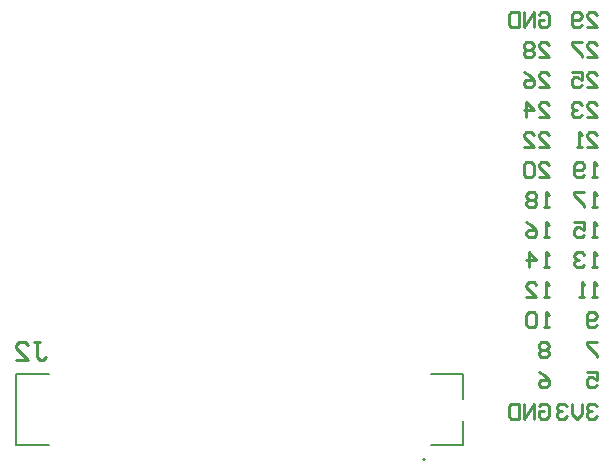
<source format=gbo>
G04*
G04 #@! TF.GenerationSoftware,Altium Limited,Altium Designer,24.0.1 (36)*
G04*
G04 Layer_Color=32896*
%FSLAX44Y44*%
%MOMM*%
G71*
G04*
G04 #@! TF.SameCoordinates,4C79C2C8-5DE3-4804-94A9-F395A3FC2A11*
G04*
G04*
G04 #@! TF.FilePolarity,Positive*
G04*
G01*
G75*
%ADD10C,0.2000*%
%ADD11C,0.2540*%
%ADD12C,0.1270*%
D10*
X487200Y8800D02*
G03*
X487200Y8800I-1000J0D01*
G01*
D11*
X623996Y374652D02*
X632460D01*
X623996Y383116D01*
Y385232D01*
X626112Y387348D01*
X630344D01*
X632460Y385232D01*
X619764Y376768D02*
X617648Y374652D01*
X613416D01*
X611300Y376768D01*
Y385232D01*
X613416Y387348D01*
X617648D01*
X619764Y385232D01*
Y383116D01*
X617648Y381000D01*
X611300D01*
X583356Y385232D02*
X585472Y387348D01*
X589704D01*
X591820Y385232D01*
Y376768D01*
X589704Y374652D01*
X585472D01*
X583356Y376768D01*
Y381000D01*
X587588D01*
X579124Y374652D02*
Y387348D01*
X570660Y374652D01*
Y387348D01*
X566428D02*
Y374652D01*
X560080D01*
X557964Y376768D01*
Y385232D01*
X560080Y387348D01*
X566428D01*
X583356Y349252D02*
X591820D01*
X583356Y357716D01*
Y359832D01*
X585472Y361948D01*
X589704D01*
X591820Y359832D01*
X579124D02*
X577008Y361948D01*
X572776D01*
X570660Y359832D01*
Y357716D01*
X572776Y355600D01*
X570660Y353484D01*
Y351368D01*
X572776Y349252D01*
X577008D01*
X579124Y351368D01*
Y353484D01*
X577008Y355600D01*
X579124Y357716D01*
Y359832D01*
X577008Y355600D02*
X572776D01*
X583356Y323852D02*
X591820D01*
X583356Y332316D01*
Y334432D01*
X585472Y336548D01*
X589704D01*
X591820Y334432D01*
X570660Y336548D02*
X574892Y334432D01*
X579124Y330200D01*
Y325968D01*
X577008Y323852D01*
X572776D01*
X570660Y325968D01*
Y328084D01*
X572776Y330200D01*
X579124D01*
X623996Y349252D02*
X632460D01*
X623996Y357716D01*
Y359832D01*
X626112Y361948D01*
X630344D01*
X632460Y359832D01*
X619764Y361948D02*
X611300D01*
Y359832D01*
X619764Y351368D01*
Y349252D01*
X623996Y323852D02*
X632460D01*
X623996Y332316D01*
Y334432D01*
X626112Y336548D01*
X630344D01*
X632460Y334432D01*
X611300Y336548D02*
X619764D01*
Y330200D01*
X615532Y332316D01*
X613416D01*
X611300Y330200D01*
Y325968D01*
X613416Y323852D01*
X617648D01*
X619764Y325968D01*
X583356Y298452D02*
X591820D01*
X583356Y306916D01*
Y309032D01*
X585472Y311148D01*
X589704D01*
X591820Y309032D01*
X572776Y298452D02*
Y311148D01*
X579124Y304800D01*
X570660D01*
X583356Y273052D02*
X591820D01*
X583356Y281516D01*
Y283632D01*
X585472Y285748D01*
X589704D01*
X591820Y283632D01*
X570660Y273052D02*
X579124D01*
X570660Y281516D01*
Y283632D01*
X572776Y285748D01*
X577008D01*
X579124Y283632D01*
X623996Y298452D02*
X632460D01*
X623996Y306916D01*
Y309032D01*
X626112Y311148D01*
X630344D01*
X632460Y309032D01*
X619764D02*
X617648Y311148D01*
X613416D01*
X611300Y309032D01*
Y306916D01*
X613416Y304800D01*
X615532D01*
X613416D01*
X611300Y302684D01*
Y300568D01*
X613416Y298452D01*
X617648D01*
X619764Y300568D01*
X623996Y273052D02*
X632460D01*
X623996Y281516D01*
Y283632D01*
X626112Y285748D01*
X630344D01*
X632460Y283632D01*
X619764Y273052D02*
X615532D01*
X617648D01*
Y285748D01*
X619764Y283632D01*
X632460Y222252D02*
X628228D01*
X630344D01*
Y234948D01*
X632460Y232832D01*
X621880Y234948D02*
X613416D01*
Y232832D01*
X621880Y224368D01*
Y222252D01*
X632460Y247652D02*
X628228D01*
X630344D01*
Y260348D01*
X632460Y258232D01*
X621880Y249768D02*
X619764Y247652D01*
X615532D01*
X613416Y249768D01*
Y258232D01*
X615532Y260348D01*
X619764D01*
X621880Y258232D01*
Y256116D01*
X619764Y254000D01*
X613416D01*
X591820Y222252D02*
X587588D01*
X589704D01*
Y234948D01*
X591820Y232832D01*
X581240D02*
X579124Y234948D01*
X574892D01*
X572776Y232832D01*
Y230716D01*
X574892Y228600D01*
X572776Y226484D01*
Y224368D01*
X574892Y222252D01*
X579124D01*
X581240Y224368D01*
Y226484D01*
X579124Y228600D01*
X581240Y230716D01*
Y232832D01*
X579124Y228600D02*
X574892D01*
X583356Y247652D02*
X591820D01*
X583356Y256116D01*
Y258232D01*
X585472Y260348D01*
X589704D01*
X591820Y258232D01*
X579124D02*
X577008Y260348D01*
X572776D01*
X570660Y258232D01*
Y249768D01*
X572776Y247652D01*
X577008D01*
X579124Y249768D01*
Y258232D01*
X632460Y171452D02*
X628228D01*
X630344D01*
Y184148D01*
X632460Y182032D01*
X621880D02*
X619764Y184148D01*
X615532D01*
X613416Y182032D01*
Y179916D01*
X615532Y177800D01*
X617648D01*
X615532D01*
X613416Y175684D01*
Y173568D01*
X615532Y171452D01*
X619764D01*
X621880Y173568D01*
X632460Y196852D02*
X628228D01*
X630344D01*
Y209548D01*
X632460Y207432D01*
X613416Y209548D02*
X621880D01*
Y203200D01*
X617648Y205316D01*
X615532D01*
X613416Y203200D01*
Y198968D01*
X615532Y196852D01*
X619764D01*
X621880Y198968D01*
X591820Y171452D02*
X587588D01*
X589704D01*
Y184148D01*
X591820Y182032D01*
X574892Y171452D02*
Y184148D01*
X581240Y177800D01*
X572776D01*
X591820Y196852D02*
X587588D01*
X589704D01*
Y209548D01*
X591820Y207432D01*
X572776Y209548D02*
X577008Y207432D01*
X581240Y203200D01*
Y198968D01*
X579124Y196852D01*
X574892D01*
X572776Y198968D01*
Y201084D01*
X574892Y203200D01*
X581240D01*
X591820Y146052D02*
X587588D01*
X589704D01*
Y158748D01*
X591820Y156632D01*
X572776Y146052D02*
X581240D01*
X572776Y154516D01*
Y156632D01*
X574892Y158748D01*
X579124D01*
X581240Y156632D01*
X591820Y120652D02*
X587588D01*
X589704D01*
Y133348D01*
X591820Y131232D01*
X581240D02*
X579124Y133348D01*
X574892D01*
X572776Y131232D01*
Y122768D01*
X574892Y120652D01*
X579124D01*
X581240Y122768D01*
Y131232D01*
X632460Y146052D02*
X628228D01*
X630344D01*
Y158748D01*
X632460Y156632D01*
X621880Y146052D02*
X617648D01*
X619764D01*
Y158748D01*
X621880Y156632D01*
X632460Y122768D02*
X630344Y120652D01*
X626112D01*
X623996Y122768D01*
Y131232D01*
X626112Y133348D01*
X630344D01*
X632460Y131232D01*
Y129116D01*
X630344Y127000D01*
X623996D01*
X632460Y53764D02*
X630344Y55880D01*
X626112D01*
X623996Y53764D01*
Y51648D01*
X626112Y49532D01*
X628228D01*
X626112D01*
X623996Y47416D01*
Y45300D01*
X626112Y43184D01*
X630344D01*
X632460Y45300D01*
X619764Y55880D02*
Y47416D01*
X615532Y43184D01*
X611300Y47416D01*
Y55880D01*
X607068Y53764D02*
X604952Y55880D01*
X600720D01*
X598604Y53764D01*
Y51648D01*
X600720Y49532D01*
X602836D01*
X600720D01*
X598604Y47416D01*
Y45300D01*
X600720Y43184D01*
X604952D01*
X607068Y45300D01*
X583356Y53764D02*
X585472Y55880D01*
X589704D01*
X591820Y53764D01*
Y45300D01*
X589704Y43184D01*
X585472D01*
X583356Y45300D01*
Y49532D01*
X587588D01*
X579124Y43184D02*
Y55880D01*
X570660Y43184D01*
Y55880D01*
X566428D02*
Y43184D01*
X560080D01*
X557964Y45300D01*
Y53764D01*
X560080Y55880D01*
X566428D01*
X623996Y82548D02*
X632460D01*
Y76200D01*
X628228Y78316D01*
X626112D01*
X623996Y76200D01*
Y71968D01*
X626112Y69852D01*
X630344D01*
X632460Y71968D01*
X583356Y82548D02*
X587588Y80432D01*
X591820Y76200D01*
Y71968D01*
X589704Y69852D01*
X585472D01*
X583356Y71968D01*
Y74084D01*
X585472Y76200D01*
X591820D01*
X632460Y107948D02*
X623996D01*
Y105832D01*
X632460Y97368D01*
Y95252D01*
X591820Y105832D02*
X589704Y107948D01*
X585472D01*
X583356Y105832D01*
Y103716D01*
X585472Y101600D01*
X583356Y99484D01*
Y97368D01*
X585472Y95252D01*
X589704D01*
X591820Y97368D01*
Y99484D01*
X589704Y101600D01*
X591820Y103716D01*
Y105832D01*
X589704Y101600D02*
X585472D01*
X156213Y108453D02*
X161292D01*
X158752D01*
Y95757D01*
X161292Y93218D01*
X163831D01*
X166370Y95757D01*
X140978Y93218D02*
X151135D01*
X140978Y103375D01*
Y105914D01*
X143517Y108453D01*
X148596D01*
X151135Y105914D01*
D12*
X141200Y20800D02*
X168500D01*
X491900D02*
X519200D01*
Y41600D01*
Y60000D02*
Y80800D01*
X141200D02*
X168500D01*
X491900D02*
X519200D01*
X141200Y20800D02*
Y80800D01*
M02*

</source>
